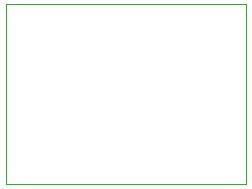
<source format=gbr>
G04 (created by PCBNEW-RS274X (2012-01-19 BZR 3256)-stable) date 03/01/2013 14:51:54*
G01*
G70*
G90*
%MOIN*%
G04 Gerber Fmt 3.4, Leading zero omitted, Abs format*
%FSLAX34Y34*%
G04 APERTURE LIST*
%ADD10C,0.006000*%
%ADD11C,0.002000*%
G04 APERTURE END LIST*
G54D10*
G54D11*
X00000Y00000D02*
X00000Y06000D01*
X08000Y00000D02*
X00000Y00000D01*
X08000Y06000D02*
X08000Y00000D01*
X00000Y06000D02*
X08000Y06000D01*
M02*

</source>
